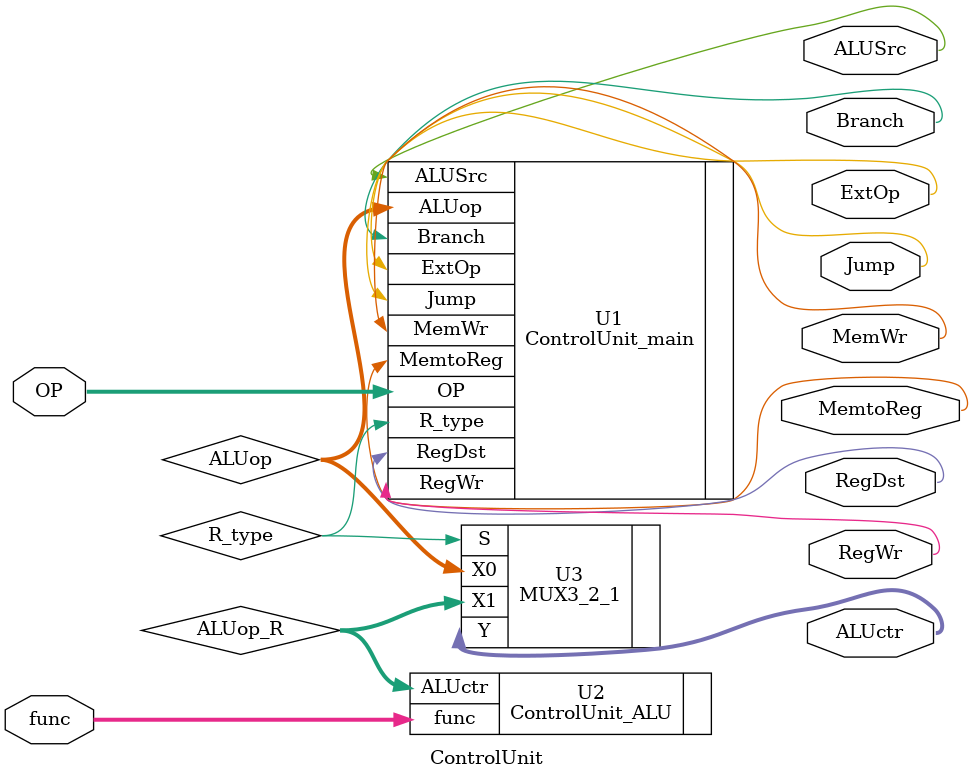
<source format=v>
`timescale 1ns / 1ps
module ControlUnit(OP, func, 
                   RegWr, ALUSrc, RegDst,
						 MemtoReg, MemWr, Branch, Jump,
						 ExtOp, ALUctr
    );
	 input [5:0] OP;		//OP-Ö¸ÁîÀàÐÍ±àÂë£»
	 input [5:0] func;	//func-R_typeÖ¸Áî¹¦ÄÜ±àÂë£»
	 output RegWr;			//RegWr-¼Ä´æÆ÷Ð´ÐÅºÅ£»
	 output ALUSrc;		//ALUSrc-Ñ¡ÔñALUµÚ¶þ¸ö²Ù×÷Êý£»
	 output RegDst;		//RegDst-Ñ¡ÔñÄ¿µÄ¼Ä´æÆ÷£»
	 output MemtoReg;		//MemtoReg-Ñ¡ÔñÐ´Èë¼Ä´æÆ÷µÄÊý¾Ý£»
	 output MemWr;			//MemWr-´æ´¢Æ÷Ð´ÐÅºÅ£»
	 output Branch;		//Branch-Ìõ¼þ×ªÒÆÖ¸ÁîÅÐ¶ÏÐÅºÅ£»
	 output Jump;			//Jump-ÎÞÌõ¼þ×ªÒÆÖ¸ÁîÅÐ¶ÏÐÅºÅ£»
	 output ExtOp;			//ExtOp-Ñ¡Ôñ½øÐÐ·ûºÅÀ©Õ¹»¹ÊÇÁãÀ©Õ¹£»
	 output [2:0] ALUctr;		//ALUctr-ALU¿ØÖÆÐÅºÅ£»
	 
	 wire [2:0] ALUop;		//ALUop-·ÇR_typeÖ¸ÁîÊ±¸ù¾ÝÖ¸ÁîÀàÐÍ¸ø³öALU¿ØÖÆÐÅºÅ£»	
	 wire [2:0] ALUop_R;		//ALUop_R-R_typeÖ¸ÁîÊ±¸ù¾Ýfunc±àÂë¸ø³öALU¿ØÖÆÐÅºÅ£»
	 wire R_type;		//R_type-ÅÐ¶Ïµ±Ç°Ö¸ÁîÊÇ·ñÎªR_typeÖ¸Áî£»
	 
	 ControlUnit_main U1 (.OP(OP), .RegWr(RegWr), .ALUSrc(ALUSrc), .RegDst(RegDst), 
                         .MemtoReg(MemtoReg), .MemWr(MemWr), .Branch(Branch), .Jump(Jump),
								 .ExtOp(ExtOp), .ALUop(ALUop), .R_type(R_type)
                         );
    ControlUnit_ALU U2 (.func(func), .ALUctr(ALUop_R));
	 MUX3_2_1 U3 (.X1(ALUop_R), .X0(ALUop), .S(R_type), .Y(ALUctr));

endmodule

</source>
